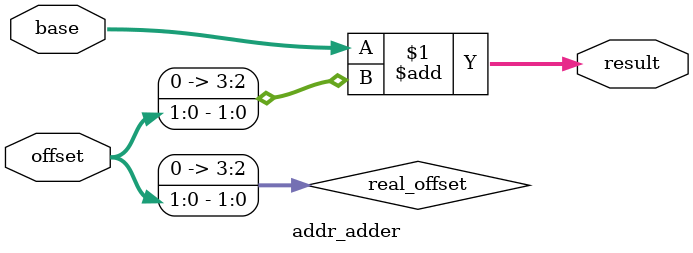
<source format=v>

module addr_adder(
	base,
	offset,
	result
);

input[3:0] base;
wire[3:0] base;

input[1:0] offset;
wire[1:0] offset;

output[3:0] result;


wire[3:0] real_offset = offset;

assign result = base + real_offset;






endmodule

</source>
